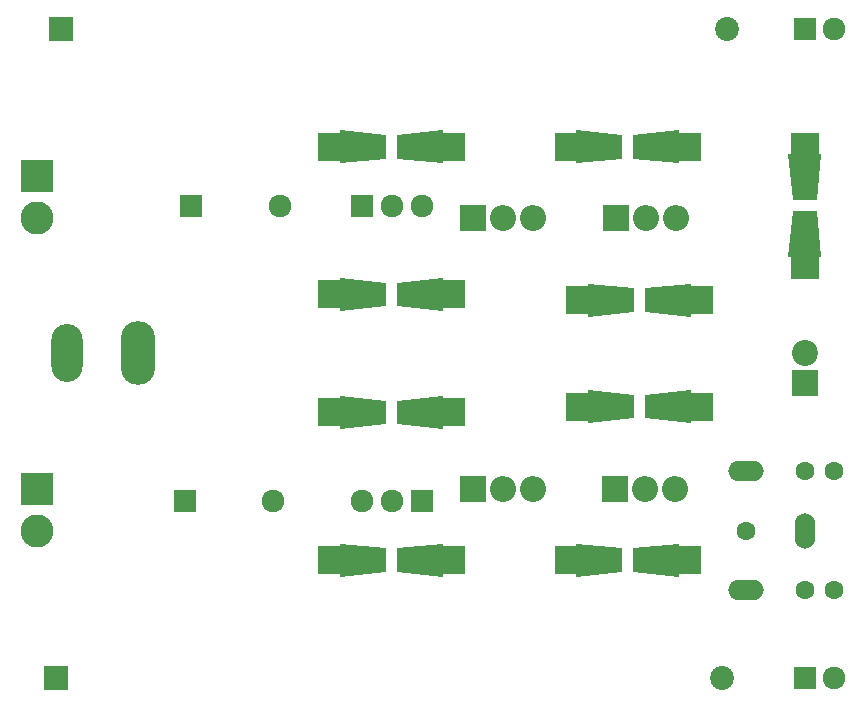
<source format=gts>
G04 #@! TF.FileFunction,Soldermask,Top*
%FSLAX46Y46*%
G04 Gerber Fmt 4.6, Leading zero omitted, Abs format (unit mm)*
G04 Created by KiCad (PCBNEW 4.0.7+dfsg1-1ubuntu2) date Fri Jul 26 02:43:55 2019*
%MOMM*%
%LPD*%
G01*
G04 APERTURE LIST*
%ADD10C,0.100000*%
%ADD11R,2.025600X2.025600*%
%ADD12C,2.025600*%
%ADD13R,1.924000X1.924000*%
%ADD14C,1.924000*%
%ADD15C,1.920000*%
%ADD16R,1.920000X1.920000*%
%ADD17R,2.200000X2.200000*%
%ADD18O,2.200000X2.200000*%
%ADD19C,2.800000*%
%ADD20R,2.800000X2.800000*%
%ADD21O,2.900000X5.400000*%
%ADD22O,2.650000X4.900000*%
%ADD23O,1.708000X3.016000*%
%ADD24O,3.016000X1.708000*%
%ADD25C,1.600000*%
%ADD26C,2.200000*%
%ADD27R,2.398980X2.398980*%
G04 APERTURE END LIST*
D10*
D11*
X36612000Y-85000000D03*
D12*
X93000000Y-85000000D03*
D13*
X48000000Y-45000000D03*
D14*
X55518400Y-45000000D03*
D13*
X99985400Y-85000000D03*
D14*
X102500000Y-85000000D03*
D13*
X47481600Y-70000000D03*
D14*
X55000000Y-70000000D03*
D13*
X99985400Y-30000000D03*
D14*
X102500000Y-30000000D03*
D11*
X37000000Y-30000000D03*
D12*
X93388000Y-30000000D03*
D15*
X65040000Y-70000000D03*
X62500000Y-70000000D03*
D16*
X67580000Y-70000000D03*
D15*
X65040000Y-45000000D03*
X67580000Y-45000000D03*
D16*
X62500000Y-45000000D03*
D17*
X71920000Y-69000000D03*
D18*
X74460000Y-69000000D03*
X77000000Y-69000000D03*
D17*
X71920000Y-46000000D03*
D18*
X74460000Y-46000000D03*
X77000000Y-46000000D03*
D17*
X84000000Y-46000000D03*
D18*
X86540000Y-46000000D03*
X89080000Y-46000000D03*
D17*
X83920000Y-69000000D03*
D18*
X86460000Y-69000000D03*
X89000000Y-69000000D03*
D19*
X35000000Y-72500000D03*
D20*
X35000000Y-69000000D03*
D19*
X35000000Y-46000000D03*
D20*
X35000000Y-42500000D03*
D21*
X43500000Y-57500000D03*
D22*
X37500000Y-57500000D03*
D23*
X100000000Y-72500000D03*
D24*
X95000000Y-67500000D03*
X95000000Y-77500000D03*
D25*
X102500000Y-77500000D03*
X100000000Y-77500000D03*
X95000000Y-72500000D03*
X102500000Y-67500000D03*
X100000000Y-67500000D03*
D17*
X100000000Y-60000000D03*
D26*
X100000000Y-57460000D03*
D10*
G36*
X69361800Y-38601120D02*
X69361800Y-41398880D01*
X65461680Y-41000100D01*
X65461680Y-38999900D01*
X69361800Y-38601120D01*
X69361800Y-38601120D01*
G37*
G36*
X60635680Y-41398880D02*
X60635680Y-38601120D01*
X64535800Y-38999900D01*
X64535800Y-41000100D01*
X60635680Y-41398880D01*
X60635680Y-41398880D01*
G37*
D27*
X70000000Y-40000000D03*
X59997480Y-40000000D03*
D10*
G36*
X60635680Y-53898880D02*
X60635680Y-51101120D01*
X64535800Y-51499900D01*
X64535800Y-53500100D01*
X60635680Y-53898880D01*
X60635680Y-53898880D01*
G37*
G36*
X69361800Y-51101120D02*
X69361800Y-53898880D01*
X65461680Y-53500100D01*
X65461680Y-51499900D01*
X69361800Y-51101120D01*
X69361800Y-51101120D01*
G37*
D27*
X59997480Y-52500000D03*
X70000000Y-52500000D03*
D10*
G36*
X80635680Y-41398880D02*
X80635680Y-38601120D01*
X84535800Y-38999900D01*
X84535800Y-41000100D01*
X80635680Y-41398880D01*
X80635680Y-41398880D01*
G37*
G36*
X89361800Y-38601120D02*
X89361800Y-41398880D01*
X85461680Y-41000100D01*
X85461680Y-38999900D01*
X89361800Y-38601120D01*
X89361800Y-38601120D01*
G37*
D27*
X79997480Y-40000000D03*
X90000000Y-40000000D03*
D10*
G36*
X81635680Y-54398880D02*
X81635680Y-51601120D01*
X85535800Y-51999900D01*
X85535800Y-54000100D01*
X81635680Y-54398880D01*
X81635680Y-54398880D01*
G37*
G36*
X90361800Y-51601120D02*
X90361800Y-54398880D01*
X86461680Y-54000100D01*
X86461680Y-51999900D01*
X90361800Y-51601120D01*
X90361800Y-51601120D01*
G37*
D27*
X80997480Y-53000000D03*
X91000000Y-53000000D03*
D10*
G36*
X69364320Y-73601120D02*
X69364320Y-76398880D01*
X65464200Y-76000100D01*
X65464200Y-73999900D01*
X69364320Y-73601120D01*
X69364320Y-73601120D01*
G37*
G36*
X60638200Y-76398880D02*
X60638200Y-73601120D01*
X64538320Y-73999900D01*
X64538320Y-76000100D01*
X60638200Y-76398880D01*
X60638200Y-76398880D01*
G37*
D27*
X70002520Y-75000000D03*
X60000000Y-75000000D03*
D10*
G36*
X60635680Y-63898880D02*
X60635680Y-61101120D01*
X64535800Y-61499900D01*
X64535800Y-63500100D01*
X60635680Y-63898880D01*
X60635680Y-63898880D01*
G37*
G36*
X69361800Y-61101120D02*
X69361800Y-63898880D01*
X65461680Y-63500100D01*
X65461680Y-61499900D01*
X69361800Y-61101120D01*
X69361800Y-61101120D01*
G37*
D27*
X59997480Y-62500000D03*
X70000000Y-62500000D03*
D10*
G36*
X80635680Y-76398880D02*
X80635680Y-73601120D01*
X84535800Y-73999900D01*
X84535800Y-76000100D01*
X80635680Y-76398880D01*
X80635680Y-76398880D01*
G37*
G36*
X89361800Y-73601120D02*
X89361800Y-76398880D01*
X85461680Y-76000100D01*
X85461680Y-73999900D01*
X89361800Y-73601120D01*
X89361800Y-73601120D01*
G37*
D27*
X79997480Y-75000000D03*
X90000000Y-75000000D03*
D10*
G36*
X81635680Y-63398880D02*
X81635680Y-60601120D01*
X85535800Y-60999900D01*
X85535800Y-63000100D01*
X81635680Y-63398880D01*
X81635680Y-63398880D01*
G37*
G36*
X90361800Y-60601120D02*
X90361800Y-63398880D01*
X86461680Y-63000100D01*
X86461680Y-60999900D01*
X90361800Y-60601120D01*
X90361800Y-60601120D01*
G37*
D27*
X80997480Y-62000000D03*
X91000000Y-62000000D03*
D10*
G36*
X101398880Y-49361800D02*
X98601120Y-49361800D01*
X98999900Y-45461680D01*
X101000100Y-45461680D01*
X101398880Y-49361800D01*
X101398880Y-49361800D01*
G37*
G36*
X98601120Y-40635680D02*
X101398880Y-40635680D01*
X101000100Y-44535800D01*
X98999900Y-44535800D01*
X98601120Y-40635680D01*
X98601120Y-40635680D01*
G37*
D27*
X100000000Y-50000000D03*
X100000000Y-39997480D03*
M02*

</source>
